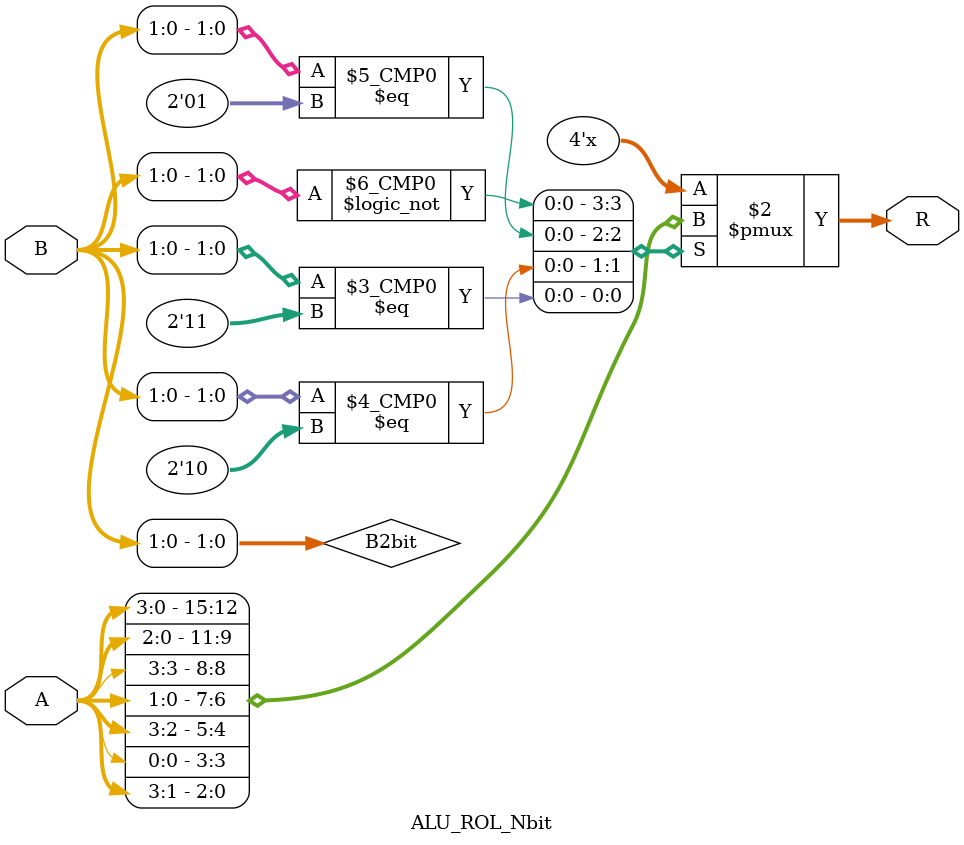
<source format=v>
module ALU_ROL_Nbit 
(
    input wire [3:0] A,B,  
    output reg [3:0] R
);

    wire [1:0] B2bit;
    assign B2bit = B[1:0];

    always @(*) begin
        case(B2bit)
            2'b00: R = A;                   
            2'b01: R = {A[2:0], A[3]};        
            2'b10: R = {A[1:0], A[3:2]};       
            2'b11: R = {A[0], A[3:1]};        
            default: R = A;                   
        endcase
    end
    
endmodule
</source>
